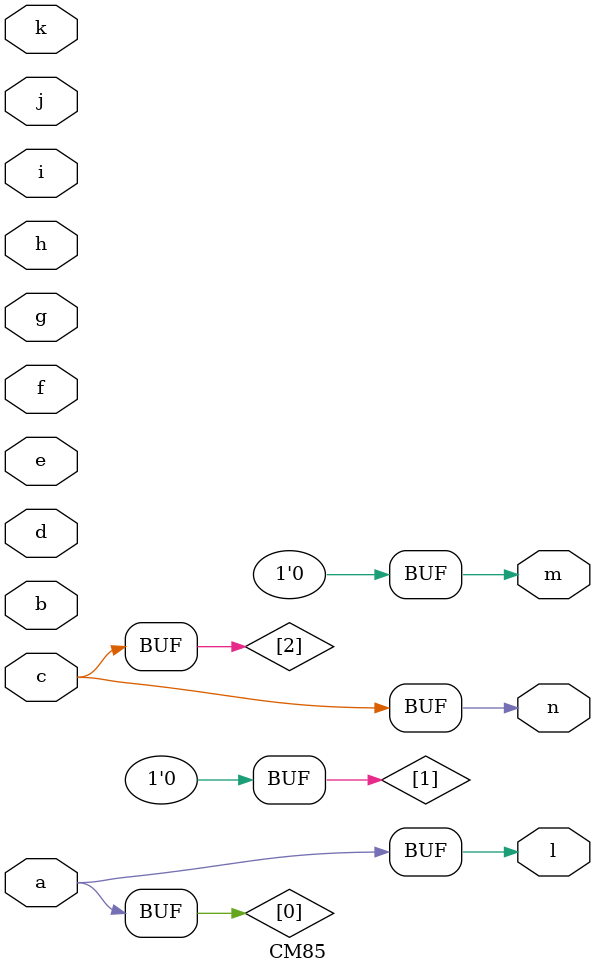
<source format=v>
/* Generated by Yosys 0.9 (git sha1 1979e0b1, gcc 8.3.0-6 -fPIC -Os) */

(* src = "LGSynth91/cm85a_orig.v:2" *)
(* top =  1  *)
module CM85(a, b, c, d, e, f, g, h, i, j, k, l, m, n);
  wire _00_;
  wire _01_;
  wire _02_;
  wire _03_;
  wire _04_;
  wire _05_;
  wire _06_;
  wire _07_;
  wire _08_;
  wire _09_;
  wire _10_;
  wire _11_;
  wire _12_;
  wire _13_;
  wire _14_;
  wire _15_;
  wire _16_;
  wire _17_;
  wire _18_;
  (* src = "LGSynth91/cm85a_orig.v:19" *)
  wire \[0] ;
  (* src = "LGSynth91/cm85a_orig.v:19" *)
  wire \[1] ;
  (* src = "LGSynth91/cm85a_orig.v:19" *)
  wire \[2] ;
  (* src = "LGSynth91/cm85a_orig.v:3" *)
  input a;
  (* src = "LGSynth91/cm85a_orig.v:3" *)
  input b;
  (* src = "LGSynth91/cm85a_orig.v:3" *)
  input c;
  (* src = "LGSynth91/cm85a_orig.v:3" *)
  input d;
  (* src = "LGSynth91/cm85a_orig.v:3" *)
  input e;
  (* src = "LGSynth91/cm85a_orig.v:3" *)
  input f;
  (* src = "LGSynth91/cm85a_orig.v:3" *)
  input g;
  (* src = "LGSynth91/cm85a_orig.v:3" *)
  input h;
  (* src = "LGSynth91/cm85a_orig.v:3" *)
  input i;
  (* src = "LGSynth91/cm85a_orig.v:3" *)
  input j;
  (* src = "LGSynth91/cm85a_orig.v:3" *)
  input k;
  (* src = "LGSynth91/cm85a_orig.v:15" *)
  output l;
  (* src = "LGSynth91/cm85a_orig.v:15" *)
  output m;
  (* src = "LGSynth91/cm85a_orig.v:15" *)
  output n;
  assign _14_ = _03_ & _01_;
  assign _15_ = _04_ & _10_;
  assign _06_ = _05_ & 1'h0;
  assign _16_ = k & _11_;
  assign _08_ = _06_ & _12_;
  assign _17_ = _07_ & j;
  assign m = _08_ & _13_;
  assign _18_ = _09_ & _02_;
  assign _03_ = ~1'h0;
  assign l = ~_14_;
  assign _04_ = ~i;
  assign _10_ = ~h;
  assign _00_ = ~_15_;
  assign _01_ = ~a;
  assign _05_ = ~_00_;
  assign _07_ = ~k;
  assign _11_ = ~j;
  assign _12_ = ~_16_;
  assign _13_ = ~_17_;
  assign _09_ = ~1'h0;
  assign n = ~_18_;
  assign _02_ = ~c;
  assign \[0]  = l;
  assign \[1]  = m;
  assign \[2]  = n;
endmodule

</source>
